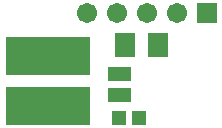
<source format=gbr>
G04 DipTrace 3.0.0.2*
G04 TopMask.gbr*
%MOIN*%
G04 #@! TF.FileFunction,Soldermask,Top*
G04 #@! TF.Part,Single*
%ADD35R,0.071024X0.078898*%
%ADD37R,0.283622X0.126142*%
%ADD39C,0.067087*%
%ADD41R,0.067087X0.067087*%
%ADD43R,0.026535X0.047402*%
%ADD45R,0.051339X0.047402*%
%FSLAX26Y26*%
G04*
G70*
G90*
G75*
G01*
G04 TopMask*
%LPD*%
D45*
X787717Y478366D3*
X854646D3*
D43*
X762717Y553366D3*
X788307D3*
X813898D3*
Y624232D3*
X788307D3*
X762717D3*
D41*
X1081024Y827087D3*
D39*
X981024D3*
X881024D3*
X781024D3*
X681024D3*
D37*
X549528Y518031D3*
Y683386D3*
D35*
X807402Y720787D3*
X917638D3*
M02*

</source>
